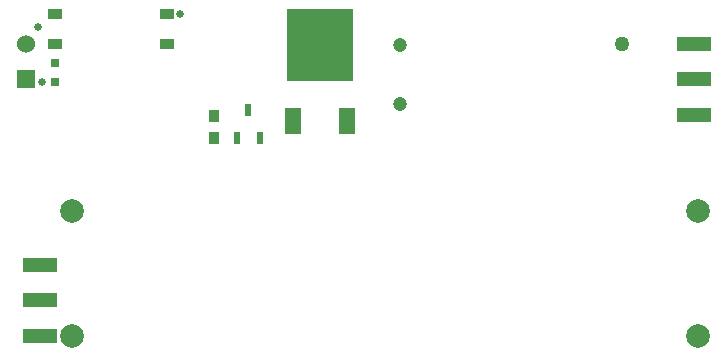
<source format=gts>
G04*
G04 #@! TF.GenerationSoftware,Altium Limited,Altium Designer,21.7.2 (23)*
G04*
G04 Layer_Color=8388736*
%FSLAX25Y25*%
%MOIN*%
G70*
G04*
G04 #@! TF.SameCoordinates,DA759B71-393A-44F5-82FF-BB875C5BA99D*
G04*
G04*
G04 #@! TF.FilePolarity,Negative*
G04*
G01*
G75*
%ADD16R,0.05500X0.09000*%
%ADD17R,0.22402X0.24331*%
%ADD18R,0.02362X0.03937*%
%ADD19R,0.03543X0.03937*%
%ADD20R,0.03150X0.03150*%
%ADD21R,0.05118X0.03543*%
%ADD22R,0.11496X0.05000*%
%ADD23R,0.06000X0.06000*%
%ADD24C,0.06000*%
%ADD25C,0.04724*%
%ADD26C,0.07874*%
%ADD27C,0.02520*%
%ADD28C,0.05000*%
D16*
X123874Y92611D02*
D03*
X141874D02*
D03*
D17*
X132874Y117946D02*
D03*
D18*
X105151Y86844D02*
D03*
X112631D02*
D03*
X108891Y96292D02*
D03*
D19*
X97374Y94226D02*
D03*
Y87139D02*
D03*
D20*
X44374Y111964D02*
D03*
Y105664D02*
D03*
D21*
Y128382D02*
D03*
Y118382D02*
D03*
X81776Y128382D02*
D03*
Y118382D02*
D03*
D22*
X39409Y21093D02*
D03*
Y32905D02*
D03*
Y44716D02*
D03*
X257374Y94760D02*
D03*
Y106571D02*
D03*
Y118382D02*
D03*
D23*
X34882Y106571D02*
D03*
D24*
Y118382D02*
D03*
D25*
X159589Y117946D02*
D03*
Y98261D02*
D03*
D26*
X258926Y21093D02*
D03*
X50265D02*
D03*
X258926Y62827D02*
D03*
X50265D02*
D03*
D27*
X38743Y124000D02*
D03*
X40181Y105664D02*
D03*
X86000Y128382D02*
D03*
D28*
X233374Y118382D02*
D03*
M02*

</source>
